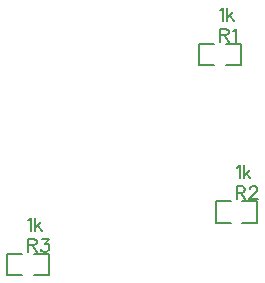
<source format=gto>
G04 Layer: TopSilkscreenLayer*
G04 EasyEDA v6.5.14, 2022-08-24 20:25:52*
G04 37d94133e9fb4008a465715c89777dd1,10*
G04 Gerber Generator version 0.2*
G04 Scale: 100 percent, Rotated: No, Reflected: No *
G04 Dimensions in millimeters *
G04 leading zeros omitted , absolute positions ,4 integer and 5 decimal *
%FSLAX45Y45*%
%MOMM*%

%ADD10C,0.1524*%

%LPD*%
D10*
X8178800Y6952487D02*
G01*
X8189213Y6957821D01*
X8204708Y6973315D01*
X8204708Y6864095D01*
X8238997Y6973315D02*
G01*
X8238997Y6864095D01*
X8291068Y6936994D02*
G01*
X8238997Y6884923D01*
X8259825Y6905752D02*
G01*
X8296147Y6864095D01*
X8178800Y6795515D02*
G01*
X8178800Y6686295D01*
X8178800Y6795515D02*
G01*
X8225536Y6795515D01*
X8241029Y6790436D01*
X8246363Y6785102D01*
X8251443Y6774687D01*
X8251443Y6764273D01*
X8246363Y6753860D01*
X8241029Y6748779D01*
X8225536Y6743445D01*
X8178800Y6743445D01*
X8215122Y6743445D02*
G01*
X8251443Y6686295D01*
X8296147Y6795515D02*
G01*
X8353297Y6795515D01*
X8322056Y6753860D01*
X8337804Y6753860D01*
X8348218Y6748779D01*
X8353297Y6743445D01*
X8358631Y6727952D01*
X8358631Y6717537D01*
X8353297Y6702044D01*
X8342884Y6691629D01*
X8327390Y6686295D01*
X8311895Y6686295D01*
X8296147Y6691629D01*
X8291068Y6696710D01*
X8285734Y6707123D01*
X9804400Y8730487D02*
G01*
X9814813Y8735821D01*
X9830308Y8751315D01*
X9830308Y8642350D01*
X9864597Y8751315D02*
G01*
X9864597Y8642350D01*
X9916668Y8714994D02*
G01*
X9864597Y8662924D01*
X9885425Y8683752D02*
G01*
X9921747Y8642350D01*
X9804400Y8573515D02*
G01*
X9804400Y8464550D01*
X9804400Y8573515D02*
G01*
X9851136Y8573515D01*
X9866629Y8568436D01*
X9871963Y8563102D01*
X9877043Y8552687D01*
X9877043Y8542274D01*
X9871963Y8531860D01*
X9866629Y8526779D01*
X9851136Y8521700D01*
X9804400Y8521700D01*
X9840722Y8521700D02*
G01*
X9877043Y8464550D01*
X9911334Y8552687D02*
G01*
X9921747Y8558021D01*
X9937495Y8573515D01*
X9937495Y8464550D01*
X9944100Y7396987D02*
G01*
X9954513Y7402321D01*
X9970008Y7417815D01*
X9970008Y7308850D01*
X10004297Y7417815D02*
G01*
X10004297Y7308850D01*
X10056368Y7381494D02*
G01*
X10004297Y7329423D01*
X10025125Y7350252D02*
G01*
X10061447Y7308850D01*
X9944100Y7240015D02*
G01*
X9944100Y7131050D01*
X9944100Y7240015D02*
G01*
X9990836Y7240015D01*
X10006329Y7234936D01*
X10011663Y7229602D01*
X10016743Y7219187D01*
X10016743Y7208773D01*
X10011663Y7198360D01*
X10006329Y7193279D01*
X9990836Y7188200D01*
X9944100Y7188200D01*
X9980422Y7188200D02*
G01*
X10016743Y7131050D01*
X10056368Y7214108D02*
G01*
X10056368Y7219187D01*
X10061447Y7229602D01*
X10066781Y7234936D01*
X10077195Y7240015D01*
X10097770Y7240015D01*
X10108184Y7234936D01*
X10113518Y7229602D01*
X10118597Y7219187D01*
X10118597Y7208773D01*
X10113518Y7198360D01*
X10103104Y7182865D01*
X10051034Y7131050D01*
X10123931Y7131050D01*
X8226419Y6486890D02*
G01*
X8354913Y6486890D01*
X8354913Y6670309D01*
X8226419Y6670309D01*
X8131180Y6486890D02*
G01*
X8002686Y6486890D01*
X8002686Y6670309D01*
X8131180Y6670309D01*
X9852019Y8264890D02*
G01*
X9980513Y8264890D01*
X9980513Y8448309D01*
X9852019Y8448309D01*
X9756780Y8264890D02*
G01*
X9628286Y8264890D01*
X9628286Y8448309D01*
X9756780Y8448309D01*
X9991719Y6931390D02*
G01*
X10120213Y6931390D01*
X10120213Y7114809D01*
X9991719Y7114809D01*
X9896480Y6931390D02*
G01*
X9767986Y6931390D01*
X9767986Y7114809D01*
X9896480Y7114809D01*
M02*

</source>
